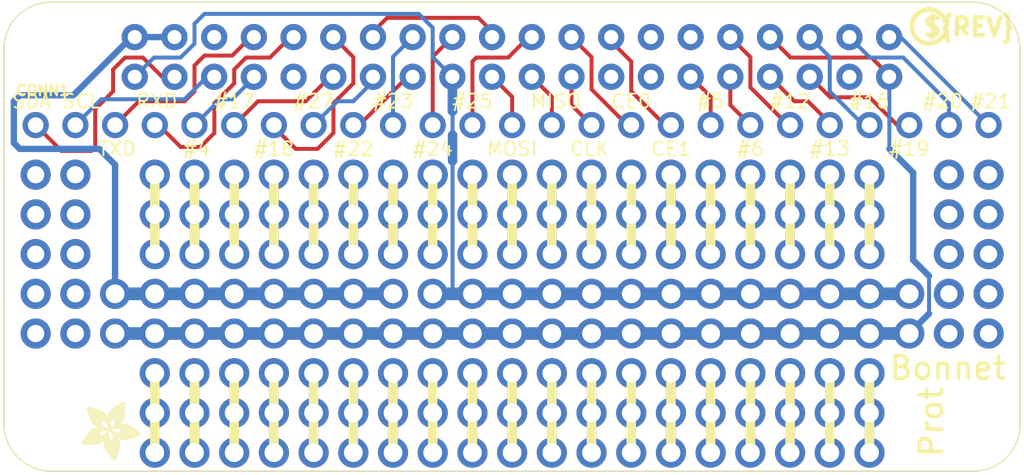
<source format=kicad_pcb>
(kicad_pcb (version 20240108) (generator "pcbnew") (generator_version "8.0")
  (layers (0 "F.Cu" signal) (31 "B.Cu" signal) (34 "B.Paste" user) (35 "F.Paste" user) (36 "B.SilkS" user "B.Silkscreen") (37 "F.SilkS" user "F.Silkscreen") (38 "B.Mask" user) (39 "F.Mask" user) (44 "Edge.Cuts" user))
  (net 0 "")
  (net 1 "B19")
  (net 2 "B18")
  (net 3 "B17")
  (net 4 "B16")
  (net 5 "B15")
  (net 6 "B14")
  (net 7 "B12")
  (net 8 "B13")
  (net 9 "B11")
  (net 10 "B10")
  (net 11 "B8")
  (net 12 "B9")
  (net 13 "B7")
  (net 14 "B6")
  (net 15 "B5")
  (net 16 "B4")
  (net 17 "B2")
  (net 18 "B3")
  (net 19 "B1")
  (net 20 "5.0V")
  (net 21 "SDA")
  (net 22 "SCL")
  (net 23 "GPIO4")
  (net 24 "GPIO17")
  (net 25 "GPIO27")
  (net 26 "GPIO22")
  (net 27 "SPI_MOSI")
  (net 28 "SPI_MISO")
  (net 29 "SPI_SCLK")
  (net 30 "GPIO5")
  (net 31 "GPIO6")
  (net 32 "GPIO13")
  (net 33 "GPIO19")
  (net 34 "GPIO26")
  (net 35 "3.3V")
  (net 36 "GND")
  (net 37 "TXD")
  (net 38 "RXD")
  (net 39 "GPIO18")
  (net 40 "GPIO24")
  (net 41 "GPIO25")
  (net 42 "SPI_CE0")
  (net 43 "SPI_CE1")
  (net 44 "EECLK")
  (net 45 "GPIO16")
  (net 46 "GPIO20")
  (net 47 "GPIO21")
  (net 48 "GPIO23")
  (net 49 "EEDATA")
  (net 50 "GPIO12")
  (net 51 "A19")
  (net 52 "A18")
  (net 53 "A17")
  (net 54 "A16")
  (net 55 "A15")
  (net 56 "A14")
  (net 57 "A12")
  (net 58 "A13")
  (net 59 "A11")
  (net 60 "A10")
  (net 61 "A8")
  (net 62 "A9")
  (net 63 "A7")
  (net 64 "A6")
  (net 65 "A5")
  (net 66 "A4")
  (net 67 "A2")
  (net 68 "A3")
  (net 69 "A1")
  (net 70 "N$22")
  (net 71 "N$23")
  (net 72 "N$24")
  (net 73 "N$25")
  (net 74 "N$26")
  (net 75 "N$27")
  (net 76 "N$28")
  (net 77 "N$29")
  (net 78 "N$30")
  (net 79 "N$31")
  (net 80 "N$32")
  (net 81 "N$33")
  (net 82 "N$34")
  (net 83 "N$35")
  (net 84 "N$36")
  (net 85 "N$37")
  (net 86 "N$38")
  (net 87 "N$39")
  (net 88 "N$40")
  (net 89 "N$41")
  (footprint "Adafruit Perma Proto Bonnet:ADAFRUIT_3.5MM" (layer "F.Cu") (at 120.953757 115.515271 -90)
    (property "Reference" "U$1" (hide yes))
    (property "Value" "" (hide yes))
  )
  (footprint "Adafruit Perma Proto Bonnet:PCBFEAT-REV-056" (layer "F.Cu") (at 175.182757 91.555271)
    (property "Reference" "U$3" (hide yes))
    (property "Value" "" (hide yes))
  )
  (footprint "Adafruit Perma Proto Bonnet:1X25_ROUND_70MIL" (layer "F.Cu") (at 148.512757 97.862271)
    (property "Reference" "CONN1")
    (property "Value" "HEADER-1X25")
  )
  (footprint "Adafruit Perma Proto Bonnet:PI_BONNET_NODIM" (layer "F.Cu") (at 116.000757 120.003271)
    (property "Reference" "RPI1" (hide yes))
    (property "Value" "RASPBERRYPI_BPLUS_BONNETNODIM" (hide yes))
  )
  (gr_line (start 161.212757 113.737271) (end 161.212757 118.944271) (stroke (width 0.6096)) (layer "F.SilkS"))
  (gr_line (start 166.292757 101.037271) (end 166.292757 106.371271) (stroke (width 0.6096)) (layer "F.SilkS"))
  (gr_line (start 158.672757 113.737271) (end 158.672757 118.944271) (stroke (width 0.6096)) (layer "F.SilkS"))
  (gr_line (start 138.352757 113.737271) (end 138.352757 118.944271) (stroke (width 0.6096)) (layer "F.SilkS"))
  (gr_line (start 125.652757 113.737271) (end 125.652757 118.944271) (stroke (width 0.6096)) (layer "F.SilkS"))
  (gr_line (start 133.272757 101.037271) (end 133.272757 106.371271) (stroke (width 0.6096)) (layer "F.SilkS"))
  (gr_line (start 145.972757 101.037271) (end 145.972757 106.371271) (stroke (width 0.6096)) (layer "F.SilkS"))
  (gr_line (start 151.052757 113.737271) (end 151.052757 118.944271) (stroke (width 0.6096)) (layer "F.SilkS"))
  (gr_line (start 130.732757 101.037271) (end 130.732757 106.371271) (stroke (width 0.6096)) (layer "F.SilkS"))
  (gr_line (start 133.272757 113.737271) (end 133.272757 118.944271) (stroke (width 0.6096)) (layer "F.SilkS"))
  (gr_line (start 171.372757 101.037271) (end 171.372757 106.371271) (stroke (width 0.6096)) (layer "F.SilkS"))
  (gr_line (start 140.892757 101.037271) (end 140.892757 106.371271) (stroke (width 0.6096)) (layer "F.SilkS"))
  (gr_line (start 156.132757 113.737271) (end 156.132757 118.944271) (stroke (width 0.6096)) (layer "F.SilkS"))
  (gr_line (start 158.672757 101.037271) (end 158.672757 106.371271) (stroke (width 0.6096)) (layer "F.SilkS"))
  (gr_line (start 130.732757 113.737271) (end 130.732757 118.944271) (stroke (width 0.6096)) (layer "F.SilkS"))
  (gr_line (start 143.432757 113.737271) (end 143.432757 118.944271) (stroke (width 0.6096)) (layer "F.SilkS"))
  (gr_line (start 163.752757 101.037271) (end 163.752757 106.371271) (stroke (width 0.6096)) (layer "F.SilkS"))
  (gr_line (start 153.592757 113.737271) (end 153.592757 118.944271) (stroke (width 0.6096)) (layer "F.SilkS"))
  (gr_line (start 140.892757 113.737271) (end 140.892757 118.944271) (stroke (width 0.6096)) (layer "F.SilkS"))
  (gr_line (start 153.592757 101.037271) (end 153.592757 106.371271) (stroke (width 0.6096)) (layer "F.SilkS"))
  (gr_line (start 128.192757 101.037271) (end 128.192757 106.371271) (stroke (width 0.6096)) (layer "F.SilkS"))
  (gr_line (start 135.812757 113.737271) (end 135.812757 118.944271) (stroke (width 0.6096)) (layer "F.SilkS"))
  (gr_line (start 151.052757 101.037271) (end 151.052757 106.371271) (stroke (width 0.6096)) (layer "F.SilkS"))
  (gr_line (start 166.292757 113.737271) (end 166.292757 118.944271) (stroke (width 0.6096)) (layer "F.SilkS"))
  (gr_line (start 168.832757 113.737271) (end 168.832757 118.944271) (stroke (width 0.6096)) (layer "F.SilkS"))
  (gr_line (start 128.192757 113.737271) (end 128.192757 118.944271) (stroke (width 0.6096)) (layer "F.SilkS"))
  (gr_line (start 148.512757 101.037271) (end 148.512757 106.371271) (stroke (width 0.6096)) (layer "F.SilkS"))
  (gr_line (start 161.212757 101.037271) (end 161.212757 106.371271) (stroke (width 0.6096)) (layer "F.SilkS"))
  (gr_line (start 156.132757 101.037271) (end 156.132757 106.371271) (stroke (width 0.6096)) (layer "F.SilkS"))
  (gr_line (start 163.752757 113.737271) (end 163.752757 118.944271) (stroke (width 0.6096)) (layer "F.SilkS"))
  (gr_line (start 125.652757 101.037271) (end 125.652757 106.371271) (stroke (width 0.6096)) (layer "F.SilkS"))
  (gr_line (start 168.832757 101.037271) (end 168.832757 106.371271) (stroke (width 0.6096)) (layer "F.SilkS"))
  (gr_line (start 148.512757 113.737271) (end 148.512757 118.944271) (stroke (width 0.6096)) (layer "F.SilkS"))
  (gr_line (start 145.972757 113.737271) (end 145.972757 118.944271) (stroke (width 0.6096)) (layer "F.SilkS"))
  (gr_line (start 135.812757 101.037271) (end 135.812757 106.371271) (stroke (width 0.6096)) (layer "F.SilkS"))
  (gr_line (start 143.432757 101.037271) (end 143.432757 106.371271) (stroke (width 0.6096)) (layer "F.SilkS"))
  (gr_line (start 138.352757 101.037271) (end 138.352757 106.371271) (stroke (width 0.6096)) (layer "F.SilkS"))
  (gr_line (start 171.372757 113.737271) (end 171.372757 118.944271) (stroke (width 0.6096)) (layer "F.SilkS"))
  (gr_line (start 116.000757 117.003271) (end 116.000757 101.503271) (stroke (width 0.05)) (layer "Edge.Cuts"))
  (gr_arc (start 181.000757 117.003271) (mid 180.185577 119.098289) (end 178.127757 120.003271) (stroke (width 0.05)) (layer "Edge.Cuts"))
  (gr_arc (start 119.127757 120.003271) (mid 116.942937 119.150894) (end 116.000757 117.003271) (stroke (width 0.05)) (layer "Edge.Cuts"))
  (gr_line (start 119.127757 120.003271) (end 178.127757 120.003271) (stroke (width 0.05)) (layer "Edge.Cuts"))
  (gr_line (start 116.000757 109.003271) (end 116.000757 93.003271) (stroke (width 0.05)) (layer "Edge.Cuts"))
  (gr_line (start 181.000757 117.003271) (end 181.000757 93.003271) (stroke (width 0.05)) (layer "Edge.Cuts"))
  (gr_line (start 178.000757 90.003271) (end 119.000757 90.003271) (stroke (width 0.05)) (layer "Edge.Cuts"))
  (gr_arc (start 178.000757 90.003271) (mid 180.122077 90.881951) (end 181.000757 93.003271) (stroke (width 0.05)) (layer "Edge.Cuts"))
  (gr_arc (start 116.000757 93.003271) (mid 116.879437 90.881951) (end 119.000757 90.003271) (stroke (width 0.05)) (layer "Edge.Cuts"))
  (gr_text "MISO" (at 151.306757 96.338271 0) (layer "F.SilkS") (effects (font (size 0.89408 0.89408) (thickness 0.12192))))
  (gr_text "#18" (at 133.272757 99.386271 0) (layer "F.SilkS") (effects (font (size 0.89408 0.89408) (thickness 0.12192))))
  (gr_text "Prot" (at 176.169334 119.250435 90) (layer "F.SilkS") (effects (font (size 1.441704 1.441704) (thickness 0.234696)) (justify left bottom)))
  (gr_text "TXD" (at 123.239757 99.386271 0) (layer "F.SilkS") (effects (font (size 0.89408 0.89408) (thickness 0.12192))))
  (gr_text "#21" (at 179.119757 96.338271 0) (layer "F.SilkS") (effects (font (size 0.89408 0.89408) (thickness 0.12192))))
  (gr_text "#13" (at 168.832757 99.386271 0) (layer "F.SilkS") (effects (font (size 0.89408 0.89408) (thickness 0.12192))))
  (gr_text "MOSI" (at 148.512757 99.386271 0) (layer "F.SilkS") (effects (font (size 0.89408 0.89408) (thickness 0.12192))))
  (gr_text "RXD" (at 125.779757 96.338271 0) (layer "F.SilkS") (effects (font (size 0.89408 0.89408) (thickness 0.12192))))
  (gr_text "#5" (at 161.212757 96.338271 0) (layer "F.SilkS") (effects (font (size 0.89408 0.89408) (thickness 0.12192))))
  (gr_text "CE0" (at 156.132757 96.338271 0) (layer "F.SilkS") (effects (font (size 0.89408 0.89408) (thickness 0.12192))))
  (gr_text "SDA" (at 117.778757 96.338271 0) (layer "F.SilkS") (effects (font (size 0.89408 0.89408) (thickness 0.12192))))
  (gr_text "#19" (at 173.912757 99.386271 0) (layer "F.SilkS") (effects (font (size 0.89408 0.89408) (thickness 0.12192))))
  (gr_text "SCL" (at 120.953757 96.338271 0) (layer "F.SilkS") (effects (font (size 0.89408 0.89408) (thickness 0.12192))))
  (gr_text "#16" (at 171.372757 96.338271 0) (layer "F.SilkS") (effects (font (size 0.89408 0.89408) (thickness 0.12192))))
  (gr_text "#17" (at 130.732757 96.338271 0) (layer "F.SilkS") (effects (font (size 0.89408 0.89408) (thickness 0.12192))))
  (gr_text "Bonnet" (at 172.515757 114.245271 0) (layer "F.SilkS") (effects (font (size 1.441704 1.441704) (thickness 0.234696)) (justify left bottom)))
  (gr_text "#27" (at 135.812757 96.338271 0) (layer "F.SilkS") (effects (font (size 0.89408 0.89408) (thickness 0.12192))))
  (gr_text "#4" (at 128.319757 99.386271 0) (layer "F.SilkS") (effects (font (size 0.89408 0.89408) (thickness 0.12192))))
  (gr_text "#24" (at 143.432757 99.386271 0) (layer "F.SilkS") (effects (font (size 0.89408 0.89408) (thickness 0.12192))))
  (gr_text "CE1" (at 158.672757 99.386271 0) (layer "F.SilkS") (effects (font (size 0.89408 0.89408) (thickness 0.12192))))
  (gr_text "#12" (at 166.292757 96.338271 0) (layer "F.SilkS") (effects (font (size 0.89408 0.89408) (thickness 0.12192))))
  (gr_text "CLK" (at 153.465757 99.386271 0) (layer "F.SilkS") (effects (font (size 0.89408 0.89408) (thickness 0.12192))))
  (gr_text "#20" (at 176.071757 96.338271 0) (layer "F.SilkS") (effects (font (size 0.89408 0.89408) (thickness 0.12192))))
  (gr_text "#23" (at 140.892757 96.338271 0) (layer "F.SilkS") (effects (font (size 0.89408 0.89408) (thickness 0.12192))))
  (gr_text "#6" (at 163.752757 99.386271 0) (layer "F.SilkS") (effects (font (size 0.89408 0.89408) (thickness 0.12192))))
  (gr_text "#22" (at 138.352757 99.386271 0) (layer "F.SilkS") (effects (font (size 0.89408 0.89408) (thickness 0.12192))))
  (gr_text "#25" (at 145.972757 96.338271 0) (layer "F.SilkS") (effects (font (size 0.89408 0.89408) (thickness 0.12192))))
  (via (at 171.372757 113.737271) (size 1.9304) (drill 1.2) (layers "F.Cu" "B.Cu") (net 1))
  (via (at 171.372757 118.817271) (size 1.9304) (drill 1.2) (layers "F.Cu" "B.Cu") (net 1))
  (via (at 171.372757 116.277271) (size 1.9304) (drill 1.2) (layers "F.Cu" "B.Cu") (net 1))
  (segment (start 171.372757 113.737271) (end 171.372757 116.277271) (width 0.6096) (layer "B.Cu") (net 1))
  (segment (start 171.372757 116.277271) (end 171.372757 118.817271) (width 0.6096) (layer "B.Cu") (net 1))
  (via (at 168.832757 116.277271) (size 1.9304) (drill 1.2) (layers "F.Cu" "B.Cu") (net 2))
  (via (at 168.832757 118.817271) (size 1.9304) (drill 1.2) (layers "F.Cu" "B.Cu") (net 2))
  (via (at 168.832757 113.737271) (size 1.9304) (drill 1.2) (layers "F.Cu" "B.Cu") (net 2))
  (segment (start 168.832757 113.737271) (end 168.832757 116.277271) (width 0.6096) (layer "B.Cu") (net 2))
  (segment (start 168.832757 116.277271) (end 168.832757 118.817271) (width 0.6096) (layer "B.Cu") (net 2))
  (via (at 166.292757 118.817271) (size 1.9304) (drill 1.2) (layers "F.Cu" "B.Cu") (net 3))
  (via (at 166.292757 116.277271) (size 1.9304) (drill 1.2) (layers "F.Cu" "B.Cu") (net 3))
  (via (at 166.292757 113.737271) (size 1.9304) (drill 1.2) (layers "F.Cu" "B.Cu") (net 3))
  (segment (start 166.292757 113.737271) (end 166.292757 116.277271) (width 0.6096) (layer "B.Cu") (net 3))
  (segment (start 166.292757 116.277271) (end 166.292757 118.817271) (width 0.6096) (layer "B.Cu") (net 3))
  (via (at 163.752757 116.277271) (size 1.9304) (drill 1.2) (layers "F.Cu" "B.Cu") (net 4))
  (via (at 163.752757 118.817271) (size 1.9304) (drill 1.2) (layers "F.Cu" "B.Cu") (net 4))
  (via (at 163.752757 113.737271) (size 1.9304) (drill 1.2) (layers "F.Cu" "B.Cu") (net 4))
  (segment (start 163.752757 113.737271) (end 163.752757 116.277271) (width 0.6096) (layer "B.Cu") (net 4))
  (segment (start 163.752757 116.277271) (end 163.752757 118.817271) (width 0.6096) (layer "B.Cu") (net 4))
  (via (at 161.212757 116.277271) (size 1.9304) (drill 1.2) (layers "F.Cu" "B.Cu") (net 5))
  (via (at 161.212757 118.817271) (size 1.9304) (drill 1.2) (layers "F.Cu" "B.Cu") (net 5))
  (via (at 161.212757 113.737271) (size 1.9304) (drill 1.2) (layers "F.Cu" "B.Cu") (net 5))
  (segment (start 161.212757 113.737271) (end 161.212757 116.277271) (width 0.6096) (layer "B.Cu") (net 5))
  (segment (start 161.212757 116.277271) (end 161.212757 118.817271) (width 0.6096) (layer "B.Cu") (net 5))
  (via (at 158.672757 113.737271) (size 1.9304) (drill 1.2) (layers "F.Cu" "B.Cu") (net 6))
  (via (at 158.672757 118.817271) (size 1.9304) (drill 1.2) (layers "F.Cu" "B.Cu") (net 6))
  (via (at 158.672757 116.277271) (size 1.9304) (drill 1.2) (layers "F.Cu" "B.Cu") (net 6))
  (segment (start 158.672757 116.277271) (end 158.672757 118.817271) (width 0.6096) (layer "B.Cu") (net 6))
  (segment (start 158.672757 113.737271) (end 158.672757 116.277271) (width 0.6096) (layer "B.Cu") (net 6))
  (via (at 153.592757 113.737271) (size 1.9304) (drill 1.2) (layers "F.Cu" "B.Cu") (net 7))
  (via (at 153.592757 118.817271) (size 1.9304) (drill 1.2) (layers "F.Cu" "B.Cu") (net 7))
  (via (at 153.592757 116.277271) (size 1.9304) (drill 1.2) (layers "F.Cu" "B.Cu") (net 7))
  (segment (start 153.592757 116.277271) (end 153.592757 118.817271) (width 0.6096) (layer "B.Cu") (net 7))
  (segment (start 153.592757 113.737271) (end 153.592757 116.277271) (width 0.6096) (layer "B.Cu") (net 7))
  (via (at 156.132757 113.737271) (size 1.9304) (drill 1.2) (layers "F.Cu" "B.Cu") (net 8))
  (via (at 156.132757 116.277271) (size 1.9304) (drill 1.2) (layers "F.Cu" "B.Cu") (net 8))
  (via (at 156.132757 118.817271) (size 1.9304) (drill 1.2) (layers "F.Cu" "B.Cu") (net 8))
  (segment (start 156.132757 116.277271) (end 156.132757 118.817271) (width 0.6096) (layer "B.Cu") (net 8))
  (segment (start 156.132757 113.737271) (end 156.132757 116.277271) (width 0.6096) (layer "B.Cu") (net 8))
  (via (at 151.052757 116.277271) (size 1.9304) (drill 1.2) (layers "F.Cu" "B.Cu") (net 9))
  (via (at 151.052757 118.817271) (size 1.9304) (drill 1.2) (layers "F.Cu" "B.Cu") (net 9))
  (via (at 151.052757 113.737271) (size 1.9304) (drill 1.2) (layers "F.Cu" "B.Cu") (net 9))
  (segment (start 151.052757 116.277271) (end 151.052757 118.817271) (width 0.6096) (layer "B.Cu") (net 9))
  (segment (start 151.052757 113.737271) (end 151.052757 116.277271) (width 0.6096) (layer "B.Cu") (net 9))
  (via (at 148.512757 118.817271) (size 1.9304) (drill 1.2) (layers "F.Cu" "B.Cu") (net 10))
  (via (at 148.512757 116.277271) (size 1.9304) (drill 1.2) (layers "F.Cu" "B.Cu") (net 10))
  (via (at 148.512757 113.737271) (size 1.9304) (drill 1.2) (layers "F.Cu" "B.Cu") (net 10))
  (segment (start 148.512757 116.277271) (end 148.512757 118.817271) (width 0.6096) (layer "B.Cu") (net 10))
  (segment (start 148.512757 113.737271) (end 148.512757 116.277271) (width 0.6096) (layer "B.Cu") (net 10))
  (via (at 143.432757 113.737271) (size 1.9304) (drill 1.2) (layers "F.Cu" "B.Cu") (net 11))
  (via (at 143.432757 118.817271) (size 1.9304) (drill 1.2) (layers "F.Cu" "B.Cu") (net 11))
  (via (at 143.432757 116.277271) (size 1.9304) (drill 1.2) (layers "F.Cu" "B.Cu") (net 11))
  (segment (start 143.432757 116.277271) (end 143.432757 118.817271) (width 0.6096) (layer "B.Cu") (net 11))
  (segment (start 143.432757 113.737271) (end 143.432757 116.277271) (width 0.6096) (layer "B.Cu") (net 11))
  (via (at 145.972757 118.817271) (size 1.9304) (drill 1.2) (layers "F.Cu" "B.Cu") (net 12))
  (via (at 145.972757 116.277271) (size 1.9304) (drill 1.2) (layers "F.Cu" "B.Cu") (net 12))
  (via (at 145.972757 113.737271) (size 1.9304) (drill 1.2) (layers "F.Cu" "B.Cu") (net 12))
  (segment (start 145.972757 113.737271) (end 145.972757 116.277271) (width 0.6096) (layer "B.Cu") (net 12))
  (segment (start 145.972757 116.277271) (end 145.972757 118.817271) (width 0.6096) (layer "B.Cu") (net 12))
  (via (at 140.892757 113.737271) (size 1.9304) (drill 1.2) (layers "F.Cu" "B.Cu") (net 13))
  (via (at 140.892757 116.277271) (size 1.9304) (drill 1.2) (layers "F.Cu" "B.Cu") (net 13))
  (via (at 140.892757 118.817271) (size 1.9304) (drill 1.2) (layers "F.Cu" "B.Cu") (net 13))
  (segment (start 140.892757 113.737271) (end 140.892757 116.277271) (width 0.6096) (layer "B.Cu") (net 13))
  (segment (start 140.892757 116.277271) (end 140.892757 118.817271) (width 0.6096) (layer "B.Cu") (net 13))
  (via (at 138.352757 116.277271) (size 1.9304) (drill 1.2) (layers "F.Cu" "B.Cu") (net 14))
  (via (at 138.352757 113.737271) (size 1.9304) (drill 1.2) (layers "F.Cu" "B.Cu") (net 14))
  (via (at 138.352757 118.817271) (size 1.9304) (drill 1.2) (layers "F.Cu" "B.Cu") (net 14))
  (segment (start 138.352757 116.277271) (end 138.352757 118.817271) (width 0.6096) (layer "B.Cu") (net 14))
  (segment (start 138.352757 113.737271) (end 138.352757 116.277271) (width 0.6096) (layer "B.Cu") (net 14))
  (via (at 135.812757 113.737271) (size 1.9304) (drill 1.2) (layers "F.Cu" "B.Cu") (net 15))
  (via (at 135.812757 118.817271) (size 1.9304) (drill 1.2) (layers "F.Cu" "B.Cu") (net 15))
  (via (at 135.812757 116.277271) (size 1.9304) (drill 1.2) (layers "F.Cu" "B.Cu") (net 15))
  (segment (start 135.812757 116.277271) (end 135.812757 118.817271) (width 0.6096) (layer "B.Cu") (net 15))
  (segment (start 135.812757 113.737271) (end 135.812757 116.277271) (width 0.6096) (layer "B.Cu") (net 15))
  (via (at 133.272757 116.277271) (size 1.9304) (drill 1.2) (layers "F.Cu" "B.Cu") (net 16))
  (via (at 133.272757 118.817271) (size 1.9304) (drill 1.2) (layers "F.Cu" "B.Cu") (net 16))
  (via (at 133.272757 113.737271) (size 1.9304) (drill 1.2) (layers "F.Cu" "B.Cu") (net 16))
  (segment (start 133.272757 116.277271) (end 133.272757 118.817271) (width 0.6096) (layer "B.Cu") (net 16))
  (segment (start 133.272757 113.737271) (end 133.272757 116.277271) (width 0.6096) (layer "B.Cu") (net 16))
  (via (at 128.192757 116.277271) (size 1.9304) (drill 1.2) (layers "F.Cu" "B.Cu") (net 17))
  (via (at 128.192757 118.817271) (size 1.9304) (drill 1.2) (layers "F.Cu" "B.Cu") (net 17))
  (via (at 128.192757 113.737271) (size 1.9304) (drill 1.2) (layers "F.Cu" "B.Cu") (net 17))
  (segment (start 128.192757 113.737271) (end 128.192757 116.277271) (width 0.6096) (layer "B.Cu") (net 17))
  (segment (start 128.192757 116.277271) (end 128.192757 118.817271) (width 0.6096) (layer "B.Cu") (net 17))
  (via (at 130.732757 116.277271) (size 1.9304) (drill 1.2) (layers "F.Cu" "B.Cu") (net 18))
  (via (at 130.732757 118.817271) (size 1.9304) (drill 1.2) (layers "F.Cu" "B.Cu") (net 18))
  (via (at 130.732757 113.737271) (size 1.9304) (drill 1.2) (layers "F.Cu" "B.Cu") (net 18))
  (segment (start 130.732757 113.737271) (end 130.732757 116.277271) (width 0.6096) (layer "B.Cu") (net 18))
  (segment (start 130.732757 116.277271) (end 130.732757 118.817271) (width 0.6096) (layer "B.Cu") (net 18))
  (via (at 125.652757 116.277271) (size 1.9304) (drill 1.2) (layers "F.Cu" "B.Cu") (net 19))
  (via (at 125.652757 118.817271) (size 1.9304) (drill 1.2) (layers "F.Cu" "B.Cu") (net 19))
  (via (at 125.652757 113.737271) (size 1.9304) (drill 1.2) (layers "F.Cu" "B.Cu") (net 19))
  (segment (start 125.652757 113.737271) (end 125.652757 116.277271) (width 0.6096) (layer "B.Cu") (net 19))
  (segment (start 125.652757 116.277271) (end 125.652757 118.817271) (width 0.6096) (layer "B.Cu") (net 19))
  (via (at 138.352757 108.657271) (size 1.9304) (drill 1.2) (layers "F.Cu" "B.Cu") (net 20))
  (via (at 130.732757 108.657271) (size 1.9304) (drill 1.2) (layers "F.Cu" "B.Cu") (net 20))
  (via (at 128.192757 108.657271) (size 1.9304) (drill 1.2) (layers "F.Cu" "B.Cu") (net 20))
  (via (at 140.892757 108.657271) (size 1.9304) (drill 1.2) (layers "F.Cu" "B.Cu") (net 20))
  (via (at 133.272757 108.657271) (size 1.9304) (drill 1.2) (layers "F.Cu" "B.Cu") (net 20))
  (via (at 123.112757 108.657271) (size 1.9304) (drill 1.2) (layers "F.Cu" "B.Cu") (net 20))
  (via (at 125.652757 108.657271) (size 1.9304) (drill 1.2) (layers "F.Cu" "B.Cu") (net 20))
  (via (at 135.812757 108.657271) (size 1.9304) (drill 1.2) (layers "F.Cu" "B.Cu") (net 20))
  (segment (start 116.635757 99.005271) (end 116.635757 96.338271) (width 0.4064) (layer "B.Cu") (net 20))
  (segment (start 123.112757 100.402271) (end 122.096757 99.386271) (width 0.4064) (layer "B.Cu") (net 20))
  (segment (start 116.635757 96.338271) (end 117.016757 95.957271) (width 0.4064) (layer "B.Cu") (net 20))
  (segment (start 130.732757 108.657271) (end 133.272757 108.657271) (width 0.8128) (layer "B.Cu") (net 20))
  (segment (start 117.016757 95.957271) (end 120.445757 95.957271) (width 0.4064) (layer "B.Cu") (net 20))
  (segment (start 124.370757 92.233271) (end 126.910757 92.233271) (width 0.4064) (layer "B.Cu") (net 20))
  (segment (start 123.112757 108.657271) (end 125.652757 108.657271) (width 0.8128) (layer "B.Cu") (net 20))
  (segment (start 135.812757 108.657271) (end 138.352757 108.657271) (width 0.8128) (layer "B.Cu") (net 20))
  (segment (start 120.445757 95.957271) (end 124.169757 92.233271) (width 0.4064) (layer "B.Cu") (net 20))
  (segment (start 133.272757 108.657271) (end 135.812757 108.657271) (width 0.8128) (layer "B.Cu") (net 20))
  (segment (start 128.192757 108.657271) (end 130.732757 108.657271) (width 0.8128) (layer "B.Cu") (net 20))
  (segment (start 117.016757 99.386271) (end 116.635757 99.005271) (width 0.4064) (layer "B.Cu") (net 20))
  (segment (start 138.352757 108.657271) (end 140.892757 108.657271) (width 0.8128) (layer "B.Cu") (net 20))
  (segment (start 124.169757 92.233271) (end 124.370757 92.233271) (width 0.4064) (layer "B.Cu") (net 20))
  (segment (start 123.112757 108.657271) (end 123.112757 100.402271) (width 0.4064) (layer "B.Cu") (net 20))
  (segment (start 122.096757 99.386271) (end 117.016757 99.386271) (width 0.4064) (layer "B.Cu") (net 20))
  (segment (start 125.652757 108.657271) (end 128.192757 108.657271) (width 0.8128) (layer "B.Cu") (net 20))
  (segment (start 119.683757 99.513271) (end 121.588757 99.513271) (width 0.254) (layer "F.Cu") (net 21))
  (segment (start 126.119757 94.773271) (end 126.910757 94.773271) (width 0.254) (layer "F.Cu") (net 21))
  (segment (start 122.985757 94.306271) (end 123.747757 93.544271) (width 0.254) (layer "F.Cu") (net 21))
  (segment (start 118.032757 97.862271) (end 119.683757 99.513271) (width 0.254) (layer "F.Cu") (net 21))
  (segment (start 121.842757 99.259271) (end 121.842757 96.846271) (width 0.254) (layer "F.Cu") (net 21))
  (segment (start 121.842757 96.846271) (end 122.985757 95.703271) (width 0.254) (layer "F.Cu") (net 21))
  (segment (start 123.747757 93.544271) (end 124.890757 93.544271) (width 0.254) (layer "F.Cu") (net 21))
  (segment (start 124.890757 93.544271) (end 126.119757 94.773271) (width 0.254) (layer "F.Cu") (net 21))
  (segment (start 122.985757 95.703271) (end 122.985757 94.306271) (width 0.254) (layer "F.Cu") (net 21))
  (segment (start 121.588757 99.513271) (end 121.842757 99.259271) (width 0.254) (layer "F.Cu") (net 21))
  (segment (start 128.995757 94.773271) (end 129.450757 94.773271) (width 0.254) (layer "B.Cu") (net 22))
  (segment (start 122.223757 96.211271) (end 127.557757 96.211271) (width 0.254) (layer "B.Cu") (net 22))
  (segment (start 120.572757 97.862271) (end 122.223757 96.211271) (width 0.254) (layer "B.Cu") (net 22))
  (segment (start 127.557757 96.211271) (end 128.995757 94.773271) (width 0.254) (layer "B.Cu") (net 22))
  (segment (start 131.990757 94.826271) (end 131.990757 94.773271) (width 0.254) (layer "B.Cu") (net 23))
  (segment (start 130.605757 96.211271) (end 131.990757 94.826271) (width 0.254) (layer "B.Cu") (net 23))
  (segment (start 128.192757 97.862271) (end 129.843757 96.211271) (width 0.254) (layer "B.Cu") (net 23))
  (segment (start 129.843757 96.211271) (end 130.605757 96.211271) (width 0.254) (layer "B.Cu") (net 23))
  (segment (start 135.304757 96.338271) (end 136.869757 94.773271) (width 0.254) (layer "F.Cu") (net 24))
  (segment (start 130.732757 97.862271) (end 132.256757 96.338271) (width 0.254) (layer "F.Cu") (net 24))
  (segment (start 132.256757 96.338271) (end 135.304757 96.338271) (width 0.254) (layer "F.Cu") (net 24))
  (segment (start 136.869757 94.773271) (end 137.070757 94.773271) (width 0.254) (layer "F.Cu") (net 24))
  (segment (start 135.812757 97.862271) (end 137.336757 96.338271) (width 0.254) (layer "B.Cu") (net 25))
  (segment (start 138.352757 96.338271) (end 139.610757 95.080271) (width 0.254) (layer "B.Cu") (net 25))
  (segment (start 137.336757 96.338271) (end 138.352757 96.338271) (width 0.254) (layer "B.Cu") (net 25))
  (segment (start 139.610757 95.080271) (end 139.610757 94.773271) (width 0.254) (layer "B.Cu") (net 25))
  (segment (start 138.733757 97.862271) (end 141.822757 94.773271) (width 0.254) (layer "F.Cu") (net 26))
  (segment (start 141.822757 94.773271) (end 142.150757 94.773271) (width 0.254) (layer "F.Cu") (net 26))
  (segment (start 138.352757 97.862271) (end 138.733757 97.862271) (width 0.254) (layer "F.Cu") (net 26))
  (segment (start 148.512757 96.055271) (end 148.512757 97.862271) (width 0.254) (layer "F.Cu") (net 27))
  (segment (start 147.230757 94.773271) (end 148.512757 96.055271) (width 0.254) (layer "F.Cu") (net 27))
  (segment (start 151.052757 96.055271) (end 151.052757 97.862271) (width 0.254) (layer "F.Cu") (net 28))
  (segment (start 149.770757 94.773271) (end 151.052757 96.055271) (width 0.254) (layer "F.Cu") (net 28))
  (segment (start 152.310757 96.580271) (end 153.592757 97.862271) (width 0.254) (layer "F.Cu") (net 29))
  (segment (start 152.310757 94.773271) (end 152.310757 96.580271) (width 0.254) (layer "F.Cu") (net 29))
  (segment (start 161.212757 96.055271) (end 161.212757 97.862271) (width 0.254) (layer "F.Cu") (net 30))
  (segment (start 159.930757 94.773271) (end 161.212757 96.055271) (width 0.254) (layer "F.Cu") (net 30))
  (segment (start 162.470757 96.580271) (end 163.752757 97.862271) (width 0.254) (layer "F.Cu") (net 31))
  (segment (start 162.470757 94.773271) (end 162.470757 96.580271) (width 0.254) (layer "F.Cu") (net 31))
  (segment (start 166.575757 96.338271) (end 167.435757 96.338271) (width 0.254) (layer "F.Cu") (net 32))
  (segment (start 167.435757 96.338271) (end 168.832757 97.735271) (width 0.254) (layer "F.Cu") (net 32))
  (segment (start 165.010757 94.773271) (end 166.575757 96.338271) (width 0.254) (layer "F.Cu") (net 32))
  (segment (start 168.832757 97.735271) (end 168.832757 97.862271) (width 0.254) (layer "F.Cu") (net 32))
  (segment (start 167.550757 94.773271) (end 168.861757 96.084271) (width 0.254) (layer "F.Cu") (net 33))
  (segment (start 171.372757 96.084271) (end 173.150757 97.862271) (width 0.254) (layer "F.Cu") (net 33))
  (segment (start 168.861757 96.084271) (end 171.372757 96.084271) (width 0.254) (layer "F.Cu") (net 33))
  (segment (start 173.150757 97.862271) (end 173.912757 97.862271) (width 0.254) (layer "F.Cu") (net 33))
  (via (at 166.292757 108.657271) (size 1.9304) (drill 1.2) (layers "F.Cu" "B.Cu") (net 35))
  (via (at 171.372757 108.657271) (size 1.9304) (drill 1.2) (layers "F.Cu" "B.Cu") (net 35))
  (via (at 148.512757 108.657271) (size 1.9304) (drill 1.2) (layers "F.Cu" "B.Cu") (net 35))
  (via (at 173.912757 108.657271) (size 1.9304) (drill 1.2) (layers "F.Cu" "B.Cu") (net 35))
  (via (at 153.592757 108.657271) (size 1.9304) (drill 1.2) (layers "F.Cu" "B.Cu") (net 35))
  (via (at 143.432757 108.657271) (size 1.9304) (drill 1.2) (layers "F.Cu" "B.Cu") (net 35))
  (via (at 161.212757 108.657271) (size 1.9304) (drill 1.2) (layers "F.Cu" "B.Cu") (net 35))
  (via (at 158.672757 108.657271) (size 1.9304) (drill 1.2) (layers "F.Cu" "B.Cu") (net 35))
  (via (at 168.832757 108.657271) (size 1.9304) (drill 1.2) (layers "F.Cu" "B.Cu") (net 35))
  (via (at 156.132757 108.657271) (size 1.9304) (drill 1.2) (layers "F.Cu" "B.Cu") (net 35))
  (via (at 151.052757 108.657271) (size 1.9304) (drill 1.2) (layers "F.Cu" "B.Cu") (net 35))
  (via (at 145.972757 108.657271) (size 1.9304) (drill 1.2) (layers "F.Cu" "B.Cu") (net 35))
  (via (at 163.752757 108.657271) (size 1.9304) (drill 1.2) (layers "F.Cu" "B.Cu") (net 35))
  (segment (start 128.192757 92.655271) (end 128.192757 91.385271) (width 0.254) (layer "B.Cu") (net 35))
  (segment (start 145.972757 108.657271) (end 148.512757 108.657271) (width 0.8128) (layer "B.Cu") (net 35))
  (segment (start 144.829757 108.657271) (end 145.972757 108.657271) (width 0.8128) (layer "B.Cu") (net 35))
  (segment (start 171.372757 108.657271) (end 173.912757 108.657271) (width 0.8128) (layer "B.Cu") (net 35))
  (segment (start 144.702757 108.530271) (end 144.829757 108.657271) (width 0.254) (layer "B.Cu") (net 35))
  (segment (start 161.212757 108.657271) (end 163.752757 108.657271) (width 0.8128) (layer "B.Cu") (net 35))
  (segment (start 128.827757 90.750271) (end 142.543757 90.750271) (width 0.254) (layer "B.Cu") (net 35))
  (segment (start 151.052757 108.657271) (end 153.592757 108.657271) (width 0.8128) (layer "B.Cu") (net 35))
  (segment (start 168.832757 108.657271) (end 171.372757 108.657271) (width 0.8128) (layer "B.Cu") (net 35))
  (segment (start 144.690757 96.961271) (end 144.702757 96.973271) (width 0.6096) (layer "B.Cu") (net 35))
  (segment (start 148.512757 108.657271) (end 151.052757 108.657271) (width 0.8128) (layer "B.Cu") (net 35))
  (segment (start 125.599757 93.544271) (end 127.303757 93.544271) (width 0.254) (layer "B.Cu") (net 35))
  (segment (start 128.192757 91.385271) (end 128.827757 90.750271) (width 0.254) (layer "B.Cu") (net 35))
  (segment (start 153.592757 108.657271) (end 156.132757 108.657271) (width 0.8128) (layer "B.Cu") (net 35))
  (segment (start 143.432757 91.639271) (end 143.432757 93.515271) (width 0.254) (layer "B.Cu") (net 35))
  (segment (start 127.303757 93.544271) (end 128.192757 92.655271) (width 0.254) (layer "B.Cu") (net 35))
  (segment (start 144.702757 98.497271) (end 144.702757 100.148271) (width 0.6096) (layer "B.Cu") (net 35))
  (segment (start 163.752757 108.657271) (end 166.292757 108.657271) (width 0.8128) (layer "B.Cu") (net 35))
  (segment (start 144.690757 94.773271) (end 144.690757 96.961271) (width 0.6096) (layer "B.Cu") (net 35))
  (segment (start 144.702757 100.148271) (end 144.702757 108.530271) (width 0.254) (layer "B.Cu") (net 35))
  (segment (start 156.132757 108.657271) (end 158.672757 108.657271) (width 0.8128) (layer "B.Cu") (net 35))
  (segment (start 166.292757 108.657271) (end 168.832757 108.657271) (width 0.8128) (layer "B.Cu") (net 35))
  (segment (start 144.702757 96.973271) (end 144.702757 98.497271) (width 0.254) (layer "B.Cu") (net 35))
  (segment (start 158.672757 108.657271) (end 161.212757 108.657271) (width 0.8128) (layer "B.Cu") (net 35))
  (segment (start 142.543757 90.750271) (end 143.432757 91.639271) (width 0.254) (layer "B.Cu") (net 35))
  (segment (start 143.432757 108.657271) (end 144.829757 108.657271) (width 0.8128) (layer "B.Cu") (net 35))
  (segment (start 124.370757 94.773271) (end 125.599757 93.544271) (width 0.254) (layer "B.Cu") (net 35))
  (segment (start 143.432757 93.515271) (end 144.690757 94.773271) (width 0.254) (layer "B.Cu") (net 35))
  (segment (start 140.511757 91.004271) (end 146.353757 91.004271) (width 0.254) (layer "F.Cu") (net 36))
  (segment (start 146.353757 91.004271) (end 147.230757 91.881271) (width 0.254) (layer "F.Cu") (net 36))
  (segment (start 166.321757 93.544271) (end 171.499757 93.544271) (width 0.254) (layer "F.Cu") (net 36))
  (segment (start 139.610757 92.233271) (end 139.610757 91.905271) (width 0.254) (layer "F.Cu") (net 36))
  (segment (start 165.010757 92.233271) (end 166.321757 93.544271) (width 0.254) (layer "F.Cu") (net 36))
  (segment (start 147.230757 91.881271) (end 147.230757 92.233271) (width 0.254) (layer "F.Cu") (net 36))
  (segment (start 172.630757 94.675271) (end 172.630757 94.773271) (width 0.254) (layer "F.Cu") (net 36))
  (segment (start 139.610757 91.905271) (end 140.511757 91.004271) (width 0.254) (layer "F.Cu") (net 36))
  (segment (start 171.499757 93.544271) (end 172.630757 94.675271) (width 0.254) (layer "F.Cu") (net 36))
  (via (at 133.272757 111.197271) (size 1.9304) (drill 1.2) (layers "F.Cu" "B.Cu") (net 36))
  (via (at 148.512757 111.197271) (size 1.9304) (drill 1.2) (layers "F.Cu" "B.Cu") (net 36))
  (via (at 161.212757 111.197271) (size 1.9304) (drill 1.2) (layers "F.Cu" "B.Cu") (net 36))
  (via (at 138.352757 111.197271) (size 1.9304) (drill 1.2) (layers "F.Cu" "B.Cu") (net 36))
  (via (at 153.592757 111.197271) (size 1.9304) (drill 1.2) (layers "F.Cu" "B.Cu") (net 36))
  (via (at 151.052757 111.197271) (size 1.9304) (drill 1.2) (layers "F.Cu" "B.Cu") (net 36))
  (via (at 125.652757 111.197271) (size 1.9304) (drill 1.2) (layers "F.Cu" "B.Cu") (net 36))
  (via (at 140.892757 111.197271) (size 1.9304) (drill 1.2) (layers "F.Cu" "B.Cu") (net 36))
  (via (at 143.432757 111.197271) (size 1.9304) (drill 1.2) (layers "F.Cu" "B.Cu") (net 36))
  (via (at 166.292757 111.197271) (size 1.9304) (drill 1.2) (layers "F.Cu" "B.Cu") (net 36))
  (via (at 156.132757 111.197271) (size 1.9304) (drill 1.2) (layers "F.Cu" "B.Cu") (net 36))
  (via (at 123.112757 111.197271) (size 1.9304) (drill 1.2) (layers "F.Cu" "B.Cu") (net 36))
  (via (at 128.192757 111.197271) (size 1.9304) (drill 1.2) (layers "F.Cu" "B.Cu") (net 36))
  (via (at 135.812757 111.197271) (size 1.9304) (drill 1.2) (layers "F.Cu" "B.Cu") (net 36))
  (via (at 168.832757 111.197271) (size 1.9304) (drill 1.2) (layers "F.Cu" "B.Cu") (net 36))
  (via (at 158.672757 111.197271) (size 1.9304) (drill 1.2) (layers "F.Cu" "B.Cu") (net 36))
  (via (at 130.732757 111.197271) (size 1.9304) (drill 1.2) (layers "F.Cu" "B.Cu") (net 36))
  (via (at 171.372757 111.197271) (size 1.9304) (drill 1.2) (layers "F.Cu" "B.Cu") (net 36))
  (via (at 163.752757 111.197271) (size 1.9304) (drill 1.2) (layers "F.Cu" "B.Cu") (net 36))
  (via (at 173.912757 111.197271) (size 1.9304) (drill 1.2) (layers "F.Cu" "B.Cu") (net 36))
  (via (at 145.972757 111.197271) (size 1.9304) (drill 1.2) (layers "F.Cu" "B.Cu") (net 36))
  (segment (start 138.352757 111.197271) (end 135.812757 111.197271) (width 0.8128) (layer "B.Cu") (net 36))
  (segment (start 172.630757 94.773271) (end 172.642757 94.785271) (width 0.254) (layer "B.Cu") (net 36))
  (segment (start 143.432757 111.197271) (end 140.892757 111.197271) (width 0.8128) (layer "B.Cu") (net 36))
  (segment (start 174.166757 106.498271) (end 175.182757 107.514271) (width 0.4064) (layer "B.Cu") (net 36))
  (segment (start 166.292757 111.197271) (end 163.752757 111.197271) (width 0.8128) (layer "B.Cu") (net 36))
  (segment (start 148.512757 111.197271) (end 145.972757 111.197271) (width 0.8128) (layer "B.Cu") (net 36))
  (segment (start 140.892757 111.197271) (end 138.352757 111.197271) (width 0.8128) (layer "B.Cu") (net 36))
  (segment (start 172.642757 99.386271) (end 174.166757 100.910271) (width 0.4064) (layer "B.Cu") (net 36))
  (segment (start 172.642757 94.785271) (end 172.642757 99.386271) (width 0.254) (layer "B.Cu") (net 36))
  (segment (start 125.652757 111.197271) (end 123.112757 111.197271) (width 0.8128) (layer "B.Cu") (net 36))
  (segment (start 156.132757 111.197271) (end 153.592757 111.197271) (width 0.8128) (layer "B.Cu") (net 36))
  (segment (start 128.192757 111.197271) (end 125.652757 111.197271) (width 0.8128) (layer "B.Cu") (net 36))
  (segment (start 163.752757 111.197271) (end 161.212757 111.197271) (width 0.8128) (layer "B.Cu") (net 36))
  (segment (start 168.832757 111.197271) (end 166.292757 111.197271) (width 0.8128) (layer "B.Cu") (net 36))
  (segment (start 174.166757 100.910271) (end 174.166757 106.498271) (width 0.4064) (layer "B.Cu") (net 36))
  (segment (start 153.592757 111.197271) (end 151.052757 111.197271) (width 0.8128) (layer "B.Cu") (net 36))
  (segment (start 135.812757 111.197271) (end 133.272757 111.197271) (width 0.8128) (layer "B.Cu") (net 36))
  (segment (start 171.372757 111.197271) (end 168.832757 111.197271) (width 0.8128) (layer "B.Cu") (net 36))
  (segment (start 133.272757 111.197271) (end 130.732757 111.197271) (width 0.8128) (layer "B.Cu") (net 36))
  (segment (start 175.182757 107.514271) (end 175.182757 109.927271) (width 0.254) (layer "B.Cu") (net 36))
  (segment (start 158.672757 111.197271) (end 156.132757 111.197271) (width 0.8128) (layer "B.Cu") (net 36))
  (segment (start 175.182757 109.927271) (end 173.912757 111.197271) (width 0.4064) (layer "B.Cu") (net 36))
  (segment (start 161.212757 111.197271) (end 158.672757 111.197271) (width 0.8128) (layer "B.Cu") (net 36))
  (segment (start 173.912757 111.197271) (end 171.372757 111.197271) (width 0.8128) (layer "B.Cu") (net 36))
  (segment (start 148.512757 111.197271) (end 151.052757 111.197271) (width 0.8128) (layer "B.Cu") (net 36))
  (segment (start 130.732757 111.197271) (end 128.192757 111.197271) (width 0.8128) (layer "B.Cu") (net 36))
  (segment (start 145.972757 111.197271) (end 143.432757 111.197271) (width 0.8128) (layer "B.Cu") (net 36))
  (segment (start 127.557757 96.338271) (end 124.636757 96.338271) (width 0.254) (layer "F.Cu") (net 37))
  (segment (start 127.557757 96.338271) (end 128.192757 95.703271) (width 0.254) (layer "F.Cu") (net 37))
  (segment (start 128.827757 93.417271) (end 130.605757 93.417271) (width 0.254) (layer "F.Cu") (net 37))
  (segment (start 124.636757 96.338271) (end 123.112757 97.862271) (width 0.254) (layer "F.Cu") (net 37))
  (segment (start 128.192757 94.052271) (end 128.827757 93.417271) (width 0.254) (layer "F.Cu") (net 37))
  (segment (start 128.192757 95.703271) (end 128.192757 94.052271) (width 0.254) (layer "F.Cu") (net 37))
  (segment (start 130.605757 93.417271) (end 131.789757 92.233271) (width 0.254) (layer "F.Cu") (net 37))
  (segment (start 131.789757 92.233271) (end 131.990757 92.233271) (width 0.254) (layer "F.Cu") (net 37))
  (segment (start 133.018757 93.544271) (end 134.329757 92.233271) (width 0.254) (layer "F.Cu") (net 38))
  (segment (start 129.462757 98.370271) (end 128.573757 99.259271) (width 0.254) (layer "F.Cu") (net 38))
  (segment (start 134.329757 92.233271) (end 134.530757 92.233271) (width 0.254) (layer "F.Cu") (net 38))
  (segment (start 125.906757 97.862271) (end 125.652757 97.862271) (width 0.254) (layer "F.Cu") (net 38))
  (segment (start 129.462757 96.465271) (end 129.462757 98.370271) (width 0.254) (layer "F.Cu") (net 38))
  (segment (start 130.732757 94.306271) (end 131.494757 93.544271) (width 0.254) (layer "F.Cu") (net 38))
  (segment (start 131.494757 93.544271) (end 133.018757 93.544271) (width 0.254) (layer "F.Cu") (net 38))
  (segment (start 130.732757 95.195271) (end 129.462757 96.465271) (width 0.254) (layer "F.Cu") (net 38))
  (segment (start 127.303757 99.259271) (end 125.906757 97.862271) (width 0.254) (layer "F.Cu") (net 38))
  (segment (start 128.573757 99.259271) (end 127.303757 99.259271) (width 0.254) (layer "F.Cu") (net 38))
  (segment (start 130.732757 95.195271) (end 130.732757 94.306271) (width 0.254) (layer "F.Cu") (net 38))
  (segment (start 137.082757 96.465271) (end 137.082757 98.370271) (width 0.254) (layer "F.Cu") (net 39))
  (segment (start 133.272757 97.989271) (end 133.272757 97.862271) (width 0.254) (layer "F.Cu") (net 39))
  (segment (start 136.066757 99.386271) (end 134.669757 99.386271) (width 0.254) (layer "F.Cu") (net 39))
  (segment (start 138.352757 95.195271) (end 137.082757 96.465271) (width 0.254) (layer "F.Cu") (net 39))
  (segment (start 137.070757 92.233271) (end 138.352757 93.515271) (width 0.254) (layer "F.Cu") (net 39))
  (segment (start 137.082757 98.370271) (end 136.066757 99.386271) (width 0.254) (layer "F.Cu") (net 39))
  (segment (start 134.669757 99.386271) (end 133.272757 97.989271) (width 0.254) (layer "F.Cu") (net 39))
  (segment (start 138.352757 93.515271) (end 138.352757 95.195271) (width 0.254) (layer "F.Cu") (net 39))
  (segment (start 143.432757 93.491271) (end 144.690757 92.233271) (width 0.254) (layer "F.Cu") (net 40))
  (segment (start 143.432757 97.862271) (end 143.432757 93.491271) (width 0.254) (layer "F.Cu") (net 40))
  (segment (start 146.226757 93.544271) (end 148.258757 93.544271) (width 0.254) (layer "F.Cu") (net 41))
  (segment (start 145.972757 93.798271) (end 146.226757 93.544271) (width 0.254) (layer "F.Cu") (net 41))
  (segment (start 149.569757 92.233271) (end 149.770757 92.233271) (width 0.254) (layer "F.Cu") (net 41))
  (segment (start 148.258757 93.544271) (end 149.569757 92.233271) (width 0.254) (layer "F.Cu") (net 41))
  (segment (start 145.972757 97.862271) (end 145.972757 93.798271) (width 0.254) (layer "F.Cu") (net 41))
  (segment (start 153.592757 95.576271) (end 155.878757 97.862271) (width 0.254) (layer "F.Cu") (net 42))
  (segment (start 152.310757 92.233271) (end 153.592757 93.515271) (width 0.254) (layer "F.Cu") (net 42))
  (segment (start 153.592757 93.515271) (end 153.592757 95.576271) (width 0.254) (layer "F.Cu") (net 42))
  (segment (start 155.878757 97.862271) (end 156.132757 97.862271) (width 0.254) (layer "F.Cu") (net 42))
  (segment (start 158.291757 97.862271) (end 158.672757 97.862271) (width 0.254) (layer "F.Cu") (net 43))
  (segment (start 156.132757 93.798271) (end 156.132757 95.703271) (width 0.254) (layer "F.Cu") (net 43))
  (segment (start 156.132757 95.703271) (end 158.291757 97.862271) (width 0.254) (layer "F.Cu") (net 43))
  (segment (start 154.850757 92.516271) (end 156.132757 93.798271) (width 0.254) (layer "F.Cu") (net 43))
  (segment (start 154.850757 92.233271) (end 154.850757 92.516271) (width 0.254) (layer "F.Cu") (net 43))
  (segment (start 167.550757 92.233271) (end 168.832757 93.515271) (width 0.254) (layer "B.Cu") (net 45))
  (segment (start 168.832757 93.515271) (end 168.832757 95.703271) (width 0.254) (layer "B.Cu") (net 45))
  (segment (start 170.991757 97.862271) (end 171.372757 97.862271) (width 0.254) (layer "B.Cu") (net 45))
  (segment (start 168.832757 95.703271) (end 170.991757 97.862271) (width 0.254) (layer "B.Cu") (net 45))
  (segment (start 170.090757 92.233271) (end 171.401757 93.544271) (width 0.254) (layer "B.Cu") (net 46))
  (segment (start 171.401757 93.544271) (end 173.531757 93.544271) (width 0.254) (layer "B.Cu") (net 46))
  (segment (start 173.531757 93.544271) (end 176.452757 96.465271) (width 0.254) (layer "B.Cu") (net 46))
  (segment (start 176.452757 96.465271) (end 176.452757 97.862271) (width 0.254) (layer "B.Cu") (net 46))
  (segment (start 172.630757 92.233271) (end 173.363757 92.233271) (width 0.254) (layer "B.Cu") (net 47))
  (segment (start 173.363757 92.233271) (end 178.992757 97.862271) (width 0.254) (layer "B.Cu") (net 47))
  (segment (start 140.892757 93.491271) (end 140.892757 97.862271) (width 0.254) (layer "B.Cu") (net 48))
  (segment (start 142.150757 92.233271) (end 140.892757 93.491271) (width 0.254) (layer "B.Cu") (net 48))
  (segment (start 163.752757 93.515271) (end 163.752757 95.449271) (width 0.254) (layer "F.Cu") (net 50))
  (segment (start 163.752757 95.449271) (end 166.165757 97.862271) (width 0.254) (layer "F.Cu") (net 50))
  (segment (start 166.165757 97.862271) (end 166.292757 97.862271) (width 0.254) (layer "F.Cu") (net 50))
  (segment (start 162.470757 92.233271) (end 163.752757 93.515271) (width 0.254) (layer "F.Cu") (net 50))
  (via (at 171.372757 106.117271) (size 1.9304) (drill 1.2) (layers "F.Cu" "B.Cu") (net 51))
  (via (at 171.372757 103.577271) (size 1.9304) (drill 1.2) (layers "F.Cu" "B.Cu") (net 51))
  (via (at 171.372757 101.037271) (size 1.9304) (drill 1.2) (layers "F.Cu" "B.Cu") (net 51))
  (segment (start 171.372757 101.037271) (end 171.372757 103.577271) (width 0.6096) (layer "B.Cu") (net 51))
  (segment (start 171.372757 103.577271) (end 171.372757 106.117271) (width 0.6096) (layer "B.Cu") (net 51))
  (via (at 168.832757 106.117271) (size 1.9304) (drill 1.2) (layers "F.Cu" "B.Cu") (net 52))
  (via (at 168.832757 101.037271) (size 1.9304) (drill 1.2) (layers "F.Cu" "B.Cu") (net 52))
  (via (at 168.832757 103.577271) (size 1.9304) (drill 1.2) (layers "F.Cu" "B.Cu") (net 52))
  (segment (start 168.832757 103.577271) (end 168.832757 106.117271) (width 0.6096) (layer "B.Cu") (net 52))
  (segment (start 168.832757 101.037271) (end 168.832757 103.577271) (width 0.6096) (layer "B.Cu") (net 52))
  (via (at 166.292757 103.577271) (size 1.9304) (drill 1.2) (layers "F.Cu" "B.Cu") (net 53))
  (via (at 166.292757 101.037271) (size 1.9304) (drill 1.2) (layers "F.Cu" "B.Cu") (net 53))
  (via (at 166.292757 106.117271) (size 1.9304) (drill 1.2) (layers "F.Cu" "B.Cu") (net 53))
  (segment (start 166.292757 103.577271) (end 166.292757 106.117271) (width 0.6096) (layer "B.Cu") (net 53))
  (segment (start 166.292757 101.037271) (end 166.292757 103.577271) (width 0.6096) (layer "B.Cu") (net 53))
  (via (at 163.752757 106.117271) (size 1.9304) (drill 1.2) (layers "F.Cu" "B.Cu") (net 54))
  (via (at 163.752757 101.037271) (size 1.9304) (drill 1.2) (layers "F.Cu" "B.Cu") (net 54))
  (via (at 163.752757 103.577271) (size 1.9304) (drill 1.2) (layers "F.Cu" "B.Cu") (net 54))
  (segment (start 163.752757 101.037271) (end 163.752757 103.577271) (width 0.6096) (layer "B.Cu") (net 54))
  (segment (start 163.752757 103.577271) (end 163.752757 106.117271) (width 0.6096) (layer "B.Cu") (net 54))
  (via (at 161.212757 106.117271) (size 1.9304) (drill 1.2) (layers "F.Cu" "B.Cu") (net 55))
  (via (at 161.212757 101.037271) (size 1.9304) (drill 1.2) (layers "F.Cu" "B.Cu") (net 55))
  (via (at 161.212757 103.577271) (size 1.9304) (drill 1.2) (layers "F.Cu" "B.Cu") (net 55))
  (segment (start 161.212757 101.037271) (end 161.212757 103.577271) (width 0.6096) (layer "B.Cu") (net 55))
  (segment (start 161.212757 103.577271) (end 161.212757 106.117271) (width 0.6096) (layer "B.Cu") (net 55))
  (via (at 158.672757 103.577271) (size 1.9304) (drill 1.2) (layers "F.Cu" "B.Cu") (net 56))
  (via (at 158.672757 101.037271) (size 1.9304) (drill 1.2) (layers "F.Cu" "B.Cu") (net 56))
  (via (at 158.672757 106.117271) (size 1.9304) (drill 1.2) (layers "F.Cu" "B.Cu") (net 56))
  (segment (start 158.672757 103.577271) (end 158.672757 106.117271) (width 0.6096) (layer "B.Cu") (net 56))
  (segment (start 158.672757 101.037271) (end 158.672757 103.577271) (width 0.6096) (layer "B.Cu") (net 56))
  (via (at 153.592757 101.037271) (size 1.9304) (drill 1.2) (layers "F.Cu" "B.Cu") (net 57))
  (via (at 153.592757 103.577271) (size 1.9304) (drill 1.2) (layers "F.Cu" "B.Cu") (net 57))
  (via (at 153.592757 106.117271) (size 1.9304) (drill 1.2) (layers "F.Cu" "B.Cu") (net 57))
  (segment (start 153.592757 103.577271) (end 153.592757 106.117271) (width 0.6096) (layer "B.Cu") (net 57))
  (segment (start 153.592757 101.037271) (end 153.592757 103.577271) (width 0.6096) (layer "B.Cu") (net 57))
  (via (at 156.132757 103.577271) (size 1.9304) (drill 1.2) (layers "F.Cu" "B.Cu") (net 58))
  (via (at 156.132757 106.117271) (size 1.9304) (drill 1.2) (layers "F.Cu" "B.Cu") (net 58))
  (via (at 156.132757 101.037271) (size 1.9304) (drill 1.2) (layers "F.Cu" "B.Cu") (net 58))
  (segment (start 156.132757 101.037271) (end 156.132757 103.577271) (width 0.6096) (layer "B.Cu") (net 58))
  (segment (start 156.132757 103.577271) (end 156.132757 106.117271) (width 0.6096) (layer "B.Cu") (net 58))
  (via (at 151.052757 101.037271) (size 1.9304) (drill 1.2) (layers "F.Cu" "B.Cu") (net 59))
  (via (at 151.052757 103.577271) (size 1.9304) (drill 1.2) (layers "F.Cu" "B.Cu") (net 59))
  (via (at 151.052757 106.117271) (size 1.9304) (drill 1.2) (layers "F.Cu" "B.Cu") (net 59))
  (segment (start 151.052757 103.577271) (end 151.052757 106.117271) (width 0.6096) (layer "B.Cu") (net 59))
  (segment (start 151.052757 101.037271) (end 151.052757 103.577271) (width 0.6096) (layer "B.Cu") (net 59))
  (via (at 148.512757 106.117271) (size 1.9304) (drill 1.2) (layers "F.Cu" "B.Cu") (net 60))
  (via (at 148.512757 103.577271) (size 1.9304) (drill 1.2) (layers "F.Cu" "B.Cu") (net 60))
  (via (at 148.512757 101.037271) (size 1.9304) (drill 1.2) (layers "F.Cu" "B.Cu") (net 60))
  (segment (start 148.512757 103.577271) (end 148.512757 106.117271) (width 0.6096) (layer "B.Cu") (net 60))
  (segment (start 148.512757 101.037271) (end 148.512757 103.577271) (width 0.6096) (layer "B.Cu") (net 60))
  (via (at 143.432757 106.117271) (size 1.9304) (drill 1.2) (layers "F.Cu" "B.Cu") (net 61))
  (via (at 143.432757 101.037271) (size 1.9304) (drill 1.2) (layers "F.Cu" "B.Cu") (net 61))
  (via (at 143.432757 103.577271) (size 1.9304) (drill 1.2) (layers "F.Cu" "B.Cu") (net 61))
  (segment (start 143.432757 103.577271) (end 143.432757 106.117271) (width 0.6096) (layer "B.Cu") (net 61))
  (segment (start 143.432757 101.037271) (end 143.432757 103.577271) (width 0.6096) (layer "B.Cu") (net 61))
  (via (at 145.972757 101.037271) (size 1.9304) (drill 1.2) (layers "F.Cu" "B.Cu") (net 62))
  (via (at 145.972757 103.577271) (size 1.9304) (drill 1.2) (layers "F.Cu" "B.Cu") (net 62))
  (via (at 145.972757 106.117271) (size 1.9304) (drill 1.2) (layers "F.Cu" "B.Cu") (net 62))
  (segment (start 145.972757 101.037271) (end 145.972757 103.577271) (width 0.6096) (layer "B.Cu") (net 62))
  (segment (start 145.972757 103.577271) (end 145.972757 106.117271) (width 0.6096) (layer "B.Cu") (net 62))
  (via (at 140.892757 101.037271) (size 1.9304) (drill 1.2) (layers "F.Cu" "B.Cu") (net 63))
  (via (at 140.892757 103.577271) (size 1.9304) (drill 1.2) (layers "F.Cu" "B.Cu") (net 63))
  (via (at 140.892757 106.117271) (size 1.9304) (drill 1.2) (layers "F.Cu" "B.Cu") (net 63))
  (segment (start 140.892757 101.037271) (end 140.892757 103.577271) (width 0.6096) (layer "B.Cu") (net 63))
  (segment (start 140.892757 103.577271) (end 140.892757 106.117271) (width 0.6096) (layer "B.Cu") (net 63))
  (via (at 138.352757 101.037271) (size 1.9304) (drill 1.2) (layers "F.Cu" "B.Cu") (net 64))
  (via (at 138.352757 106.117271) (size 1.9304) (drill 1.2) (layers "F.Cu" "B.Cu") (net 64))
  (via (at 138.352757 103.577271) (size 1.9304) (drill 1.2) (layers "F.Cu" "B.Cu") (net 64))
  (segment (start 138.352757 103.577271) (end 138.352757 106.117271) (width 0.6096) (layer "B.Cu") (net 64))
  (segment (start 138.352757 101.037271) (end 138.352757 103.577271) (width 0.6096) (layer "B.Cu") (net 64))
  (via (at 135.812757 106.117271) (size 1.9304) (drill 1.2) (layers "F.Cu" "B.Cu") (net 65))
  (via (at 135.812757 101.037271) (size 1.9304) (drill 1.2) (layers "F.Cu" "B.Cu") (net 65))
  (via (at 135.812757 103.577271) (size 1.9304) (drill 1.2) (layers "F.Cu" "B.Cu") (net 65))
  (segment (start 135.812757 101.037271) (end 135.812757 103.577271) (width 0.6096) (layer "B.Cu") (net 65))
  (segment (start 135.812757 103.577271) (end 135.812757 106.117271) (width 0.6096) (layer "B.Cu") (net 65))
  (via (at 133.272757 101.037271) (size 1.9304) (drill 1.2) (layers "F.Cu" "B.Cu") (net 66))
  (via (at 133.272757 103.577271) (size 1.9304) (drill 1.2) (layers "F.Cu" "B.Cu") (net 66))
  (via (at 133.272757 106.117271) (size 1.9304) (drill 1.2) (layers "F.Cu" "B.Cu") (net 66))
  (segment (start 133.272757 103.577271) (end 133.272757 106.117271) (width 0.6096) (layer "B.Cu") (net 66))
  (segment (start 133.272757 101.037271) (end 133.272757 103.577271) (width 0.6096) (layer "B.Cu") (net 66))
  (via (at 128.192757 106.117271) (size 1.9304) (drill 1.2) (layers "F.Cu" "B.Cu") (net 67))
  (via (at 128.192757 103.577271) (size 1.9304) (drill 1.2) (layers "F.Cu" "B.Cu") (net 67))
  (via (at 128.192757 101.037271) (size 1.9304) (drill 1.2) (layers "F.Cu" "B.Cu") (net 67))
  (segment (start 128.192757 103.577271) (end 128.192757 106.117271) (width 0.6096) (layer "B.Cu") (net 67))
  (segment (start 128.192757 101.037271) (end 128.192757 103.577271) (width 0.6096) (layer "B.Cu") (net 67))
  (via (at 130.732757 101.037271) (size 1.9304) (drill 1.2) (layers "F.Cu" "B.Cu") (net 68))
  (via (at 130.732757 106.117271) (size 1.9304) (drill 1.2) (layers "F.Cu" "B.Cu") (net 68))
  (via (at 130.732757 103.577271) (size 1.9304) (drill 1.2) (layers "F.Cu" "B.Cu") (net 68))
  (segment (start 130.732757 103.577271) (end 130.732757 106.117271) (width 0.6096) (layer "B.Cu") (net 68))
  (segment (start 130.732757 101.037271) (end 130.732757 103.577271) (width 0.6096) (layer "B.Cu") (net 68))
  (via (at 125.652757 103.577271) (size 1.9304) (drill 1.2) (layers "F.Cu" "B.Cu") (net 69))
  (via (at 125.652757 101.037271) (size 1.9304) (drill 1.2) (layers "F.Cu" "B.Cu") (net 69))
  (via (at 125.652757 106.117271) (size 1.9304) (drill 1.2) (layers "F.Cu" "B.Cu") (net 69))
  (segment (start 125.652757 103.577271) (end 125.652757 106.117271) (width 0.6096) (layer "B.Cu") (net 69))
  (segment (start 125.652757 101.037271) (end 125.652757 103.577271) (width 0.6096) (layer "B.Cu") (net 69))
  (via (at 120.572757 101.037271) (size 1.9304) (drill 1.1) (layers "F.Cu" "B.Cu") (net 70))
  (via (at 118.032757 101.037271) (size 1.9304) (drill 1.1) (layers "F.Cu" "B.Cu") (net 71))
  (via (at 118.032757 103.577271) (size 1.9304) (drill 1.1) (layers "F.Cu" "B.Cu") (net 72))
  (via (at 120.572757 103.577271) (size 1.9304) (drill 1.1) (layers "F.Cu" "B.Cu") (net 73))
  (via (at 120.572757 106.117271) (size 1.9304) (drill 1.1) (layers "F.Cu" "B.Cu") (net 74))
  (via (at 118.032757 106.117271) (size 1.9304) (drill 1.1) (layers "F.Cu" "B.Cu") (net 75))
  (via (at 118.032757 108.657271) (size 1.9304) (drill 1.1) (layers "F.Cu" "B.Cu") (net 76))
  (via (at 120.572757 108.657271) (size 1.9304) (drill 1.1) (layers "F.Cu" "B.Cu") (net 77))
  (via (at 120.572757 111.197271) (size 1.9304) (drill 1.1) (layers "F.Cu" "B.Cu") (net 78))
  (via (at 118.032757 111.197271) (size 1.9304) (drill 1.1) (layers "F.Cu" "B.Cu") (net 79))
  (via (at 178.992757 101.037271) (size 1.9304) (drill 1.1) (layers "F.Cu" "B.Cu") (net 80))
  (via (at 176.452757 101.037271) (size 1.9304) (drill 1.1) (layers "F.Cu" "B.Cu") (net 81))
  (via (at 176.452757 103.577271) (size 1.9304) (drill 1.1) (layers "F.Cu" "B.Cu") (net 82))
  (via (at 178.992757 103.577271) (size 1.9304) (drill 1.1) (layers "F.Cu" "B.Cu") (net 83))
  (via (at 178.992757 106.117271) (size 1.9304) (drill 1.1) (layers "F.Cu" "B.Cu") (net 84))
  (via (at 176.452757 106.117271) (size 1.9304) (drill 1.1) (layers "F.Cu" "B.Cu") (net 85))
  (via (at 176.452757 108.657271) (size 1.9304) (drill 1.1) (layers "F.Cu" "B.Cu") (net 86))
  (via (at 178.992757 108.657271) (size 1.9304) (drill 1.1) (layers "F.Cu" "B.Cu") (net 87))
  (via (at 178.992757 111.197271) (size 1.9304) (drill 1.1) (layers "F.Cu" "B.Cu") (net 88))
  (via (at 176.452757 111.197271) (size 1.9304) (drill 1.1) (layers "F.Cu" "B.Cu") (net 89))
)
</source>
